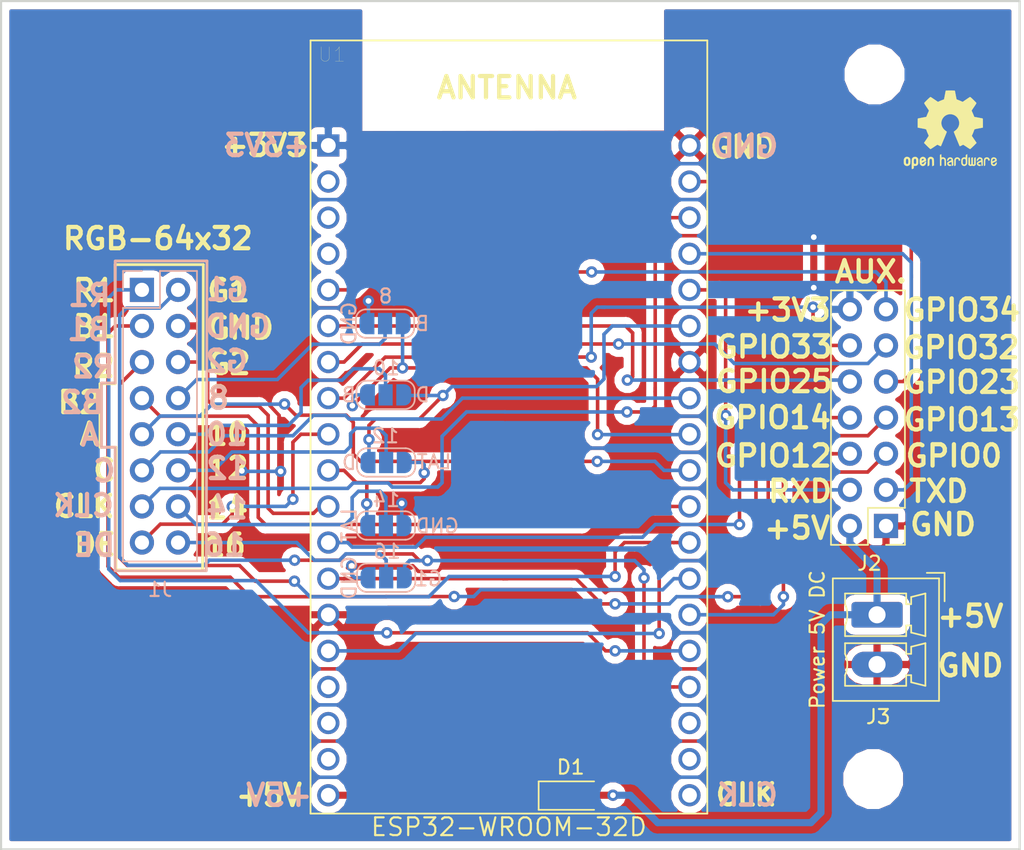
<source format=kicad_pcb>
(kicad_pcb (version 20171130) (host pcbnew 5.0.2-bee76a0~70~ubuntu18.04.1)
  (layers (0 F.Cu signal) (31 B.Cu signal) (34 B.Paste user) (35 F.Paste user) (36 B.SilkS user) (37 F.SilkS user) (38 B.Mask user) (39 F.Mask user) (44 Edge.Cuts user))
  (net 0 "")
  (net 1 GND)
  (net 2 +5V)
  (net 3 TXD)
  (net 4 RXD)
  (net 5 GPIO12)
  (net 6 GPIO13)
  (net 7 GPIO14)
  (net 8 GPIO23)
  (net 9 GPIO25)
  (net 10 GPIO32)
  (net 11 GPIO33)
  (net 12 GPIO34)
  (net 13 +3V3)
  (net 14 GPIO0)
  (net 15 "Net-(D1-Pad1)")
  (net 16 R1)
  (net 17 G1)
  (net 18 B1)
  (net 19 R2)
  (net 20 G2)
  (net 21 B2)
  (net 22 B)
  (net 23 A)
  (net 24 D)
  (net 25 C)
  (net 26 LAT)
  (net 27 CLK)
  (net 28 DE)
  (module Jumper:SolderJumper-3_P1.3mm_Open_RoundedPad1.0x1.5mm_NumberLabels (layer B.Cu) (at 140.57884 93.49486)
    (fp_text reference 10 (at 0.04318 -1.89484) (layer B.SilkS) (effects (justify mirror)))
    (fp_text value Jumper hide)
    (fp_text user B (at -2.6 0) (layer B.SilkS) (effects (justify mirror)))
    (fp_text user D (at 2.6 0) (layer B.SilkS) (effects (justify mirror)))
    (pad 2 smd rect (at 0 0) (size 1 1.5) (layers B.Cu B.Mask))
    (pad 3 smd custom (at 1.3 0) (size 1 0.5) (layers B.Cu B.Mask) (net 24 D) (options (clearance outline) (anchor rect)) (primitives (gr_circle (center 0 -0.25) (end 0.5 -0.25) (width 0)) (gr_circle (center 0 0.25) (end 0.5 0.25) (width 0)) (gr_poly (pts (xy -0.55 0.75) (xy 0 0.75) (xy 0 -0.75) (xy -0.55 -0.75)) (width 0))))
    (pad 1 smd custom (at -1.3 0) (size 1 0.5) (layers B.Cu B.Mask) (net 22 B) (options (clearance outline) (anchor rect)) (primitives (gr_circle (center 0 -0.25) (end 0.5 -0.25) (width 0)) (gr_circle (center 0 0.25) (end 0.5 0.25) (width 0)) (gr_poly (pts (xy 0.55 0.75) (xy 0 0.75) (xy 0 -0.75) (xy 0.55 -0.75)) (width 0))))
  )
  (module Jumper:SolderJumper-3_P1.3mm_Open_RoundedPad1.0x1.5mm_NumberLabels (layer B.Cu) (at 140.54122 88.4809)
    (fp_text reference 8 (at 0.03302 -1.93548) (layer B.SilkS) (effects (justify mirror)))
    (fp_text value Jumper hide)
    (fp_text user B (at 2.6 0) (layer B.SilkS) (effects (justify mirror)))
    (fp_text user GND (at -2.53794 -0.00254 90) (layer B.SilkS) (effects (justify mirror)))
    (pad 1 smd custom (at -1.3 0) (size 1 0.5) (layers B.Cu B.Mask) (net 1 GND) (options (clearance outline) (anchor rect)) (primitives (gr_circle (center 0 -0.25) (end 0.5 -0.25) (width 0)) (gr_circle (center 0 0.25) (end 0.5 0.25) (width 0)) (gr_poly (pts (xy 0.55 0.75) (xy 0 0.75) (xy 0 -0.75) (xy 0.55 -0.75)) (width 0))))
    (pad 3 smd custom (at 1.3 0) (size 1 0.5) (layers B.Cu B.Mask) (net 22 B) (options (clearance outline) (anchor rect)) (primitives (gr_circle (center 0 -0.25) (end 0.5 -0.25) (width 0)) (gr_circle (center 0 0.25) (end 0.5 0.25) (width 0)) (gr_poly (pts (xy -0.55 0.75) (xy 0 0.75) (xy 0 -0.75) (xy -0.55 -0.75)) (width 0))))
    (pad 2 smd rect (at 0 0) (size 1 1.5) (layers B.Cu B.Mask))
  )
  (module Jumper:SolderJumper-3_P1.3mm_Open_RoundedPad1.0x1.5mm_NumberLabels (layer B.Cu) (at 140.59964 102.68712)
    (fp_text reference 14 (at 0.03302 -1.82118) (layer B.SilkS) (effects (justify mirror)))
    (fp_text value Jumper hide)
    (fp_text user GND (at 3.61188 0.03302) (layer B.SilkS) (effects (justify mirror)))
    (fp_text user LAT (at -2.58572 0 90) (layer B.SilkS) (effects (justify mirror)))
    (pad 1 smd custom (at -1.3 0) (size 1 0.5) (layers B.Cu B.Mask) (net 26 LAT) (options (clearance outline) (anchor rect)) (primitives (gr_circle (center 0 -0.25) (end 0.5 -0.25) (width 0)) (gr_circle (center 0 0.25) (end 0.5 0.25) (width 0)) (gr_poly (pts (xy 0.55 0.75) (xy 0 0.75) (xy 0 -0.75) (xy 0.55 -0.75)) (width 0))))
    (pad 3 smd custom (at 1.3 0) (size 1 0.5) (layers B.Cu B.Mask) (net 1 GND) (options (clearance outline) (anchor rect)) (primitives (gr_circle (center 0 -0.25) (end 0.5 -0.25) (width 0)) (gr_circle (center 0 0.25) (end 0.5 0.25) (width 0)) (gr_poly (pts (xy -0.55 0.75) (xy 0 0.75) (xy 0 -0.75) (xy -0.55 -0.75)) (width 0))))
    (pad 2 smd rect (at 0 0) (size 1 1.5) (layers B.Cu B.Mask))
  )
  (module Jumper:SolderJumper-3_P1.3mm_Open_RoundedPad1.0x1.5mm_NumberLabels (layer B.Cu) (at 140.61948 106.3625)
    (fp_text reference 16 (at 0.06096 -1.85928) (layer B.SilkS) (effects (justify mirror)))
    (fp_text value Jumper hide)
    (fp_text user GND (at -2.6 0 90) (layer B.SilkS) (effects (justify mirror)))
    (fp_text user G1 (at 2.97434 0.08382) (layer B.SilkS) (effects (justify mirror)))
    (pad 2 smd rect (at 0 0) (size 1 1.5) (layers B.Cu B.Mask))
    (pad 3 smd custom (at 1.3 0) (size 1 0.5) (layers B.Cu B.Mask) (net 17 G1) (options (clearance outline) (anchor rect)) (primitives (gr_circle (center 0 -0.25) (end 0.5 -0.25) (width 0)) (gr_circle (center 0 0.25) (end 0.5 0.25) (width 0)) (gr_poly (pts (xy -0.55 0.75) (xy 0 0.75) (xy 0 -0.75) (xy -0.55 -0.75)) (width 0))))
    (pad 1 smd custom (at -1.3 0) (size 1 0.5) (layers B.Cu B.Mask) (net 1 GND) (options (clearance outline) (anchor rect)) (primitives (gr_circle (center 0 -0.25) (end 0.5 -0.25) (width 0)) (gr_circle (center 0 0.25) (end 0.5 0.25) (width 0)) (gr_poly (pts (xy 0.55 0.75) (xy 0 0.75) (xy 0 -0.75) (xy 0.55 -0.75)) (width 0))))
  )
  (module Jumper:SolderJumper-3_P1.3mm_Open_RoundedPad1.0x1.5mm_NumberLabels (layer B.Cu) (at 140.61488 98.25228)
    (fp_text reference 12 (at -0.05636 -1.87198) (layer B.SilkS) (effects (justify mirror)))
    (fp_text value Jumper hide)
    (fp_text user LAT (at 3.37264 -0.04572) (layer B.SilkS) (effects (justify mirror)))
    (fp_text user D (at -2.6 0) (layer B.SilkS) (effects (justify mirror)))
    (pad 1 smd custom (at -1.3 0) (size 1 0.5) (layers B.Cu B.Mask) (net 24 D) (options (clearance outline) (anchor rect)) (primitives (gr_circle (center 0 -0.25) (end 0.5 -0.25) (width 0)) (gr_circle (center 0 0.25) (end 0.5 0.25) (width 0)) (gr_poly (pts (xy 0.55 0.75) (xy 0 0.75) (xy 0 -0.75) (xy 0.55 -0.75)) (width 0))))
    (pad 3 smd custom (at 1.3 0) (size 1 0.5) (layers B.Cu B.Mask) (net 26 LAT) (options (clearance outline) (anchor rect)) (primitives (gr_circle (center 0 -0.25) (end 0.5 -0.25) (width 0)) (gr_circle (center 0 0.25) (end 0.5 0.25) (width 0)) (gr_poly (pts (xy -0.55 0.75) (xy 0 0.75) (xy 0 -0.75) (xy -0.55 -0.75)) (width 0))))
    (pad 2 smd rect (at 0 0) (size 1 1.5) (layers B.Cu B.Mask))
  )
  (module librerias:MODULE_ESP32-DEVKITC-32D (layer F.Cu) (at 149.2504 95.7072)
    (fp_text reference U1 (at -12.446 -26.162) (layer F.SilkS) (effects (font (size 1.000386 1.000386) (thickness 0.015))))
    (fp_text value ESP32-WROOM-32D (at 0 28.194) (layer F.SilkS) (effects (font (size 1.25 1.25))))
    (pad 1 thru_hole rect (at -12.7 -19.76) (size 1.56 1.56) (drill 1.04) (layers *.Cu *.Mask) (net 13 +3V3))
    (pad 2 thru_hole circle (at -12.7 -17.22) (size 1.56 1.56) (drill 1.04) (layers *.Cu *.Mask))
    (pad 19 thru_hole circle (at -12.7 25.96) (size 1.56 1.56) (drill 1.04) (layers *.Cu *.Mask) (net 15 "Net-(D1-Pad1)"))
    (pad 3 thru_hole circle (at -12.7 -14.68) (size 1.56 1.56) (drill 1.04) (layers *.Cu *.Mask))
    (pad 4 thru_hole circle (at -12.7 -12.14) (size 1.56 1.56) (drill 1.04) (layers *.Cu *.Mask))
    (pad 5 thru_hole circle (at -12.7 -9.6) (size 1.56 1.56) (drill 1.04) (layers *.Cu *.Mask) (net 12 GPIO34))
    (pad 6 thru_hole circle (at -12.7 -7.06) (size 1.56 1.56) (drill 1.04) (layers *.Cu *.Mask) (net 9 GPIO25))
    (pad 7 thru_hole circle (at -12.7 -4.52) (size 1.56 1.56) (drill 1.04) (layers *.Cu *.Mask) (net 10 GPIO32))
    (pad 8 thru_hole circle (at -12.7 -1.98) (size 1.56 1.56) (drill 1.04) (layers *.Cu *.Mask) (net 11 GPIO33))
    (pad 9 thru_hole circle (at -12.7 0.56) (size 1.56 1.56) (drill 1.04) (layers *.Cu *.Mask) (net 28 DE))
    (pad 10 thru_hole circle (at -12.7 3.1) (size 1.56 1.56) (drill 1.04) (layers *.Cu *.Mask) (net 26 LAT))
    (pad 11 thru_hole circle (at -12.7 5.64) (size 1.56 1.56) (drill 1.04) (layers *.Cu *.Mask) (net 20 G2))
    (pad 12 thru_hole circle (at -12.7 8.18) (size 1.56 1.56) (drill 1.04) (layers *.Cu *.Mask) (net 7 GPIO14))
    (pad 13 thru_hole circle (at -12.7 10.72) (size 1.56 1.56) (drill 1.04) (layers *.Cu *.Mask) (net 5 GPIO12))
    (pad 14 thru_hole circle (at -12.7 13.26) (size 1.56 1.56) (drill 1.04) (layers *.Cu *.Mask) (net 1 GND))
    (pad 15 thru_hole circle (at -12.7 15.8) (size 1.56 1.56) (drill 1.04) (layers *.Cu *.Mask) (net 6 GPIO13))
    (pad 16 thru_hole circle (at -12.7 18.34) (size 1.56 1.56) (drill 1.04) (layers *.Cu *.Mask))
    (pad 17 thru_hole circle (at -12.7 20.88) (size 1.56 1.56) (drill 1.04) (layers *.Cu *.Mask))
    (pad 18 thru_hole circle (at -12.7 23.42) (size 1.56 1.56) (drill 1.04) (layers *.Cu *.Mask))
    (pad 20 thru_hole circle (at 12.7 -19.76) (size 1.56 1.56) (drill 1.04) (layers *.Cu *.Mask) (net 1 GND))
    (pad 21 thru_hole circle (at 12.7 -17.22) (size 1.56 1.56) (drill 1.04) (layers *.Cu *.Mask) (net 8 GPIO23))
    (pad 22 thru_hole circle (at 12.7 -14.68) (size 1.56 1.56) (drill 1.04) (layers *.Cu *.Mask) (net 27 CLK))
    (pad 23 thru_hole circle (at 12.7 -12.14) (size 1.56 1.56) (drill 1.04) (layers *.Cu *.Mask) (net 3 TXD))
    (pad 24 thru_hole circle (at 12.7 -9.6) (size 1.56 1.56) (drill 1.04) (layers *.Cu *.Mask) (net 4 RXD))
    (pad 25 thru_hole circle (at 12.7 -7.06) (size 1.56 1.56) (drill 1.04) (layers *.Cu *.Mask) (net 24 D))
    (pad 26 thru_hole circle (at 12.7 -4.52) (size 1.56 1.56) (drill 1.04) (layers *.Cu *.Mask) (net 1 GND))
    (pad 27 thru_hole circle (at 12.7 -1.98) (size 1.56 1.56) (drill 1.04) (layers *.Cu *.Mask) (net 25 C))
    (pad 28 thru_hole circle (at 12.7 0.56) (size 1.56 1.56) (drill 1.04) (layers *.Cu *.Mask) (net 22 B))
    (pad 29 thru_hole circle (at 12.7 3.1) (size 1.56 1.56) (drill 1.04) (layers *.Cu *.Mask) (net 23 A))
    (pad 30 thru_hole circle (at 12.7 5.64) (size 1.56 1.56) (drill 1.04) (layers *.Cu *.Mask) (net 21 B2))
    (pad 31 thru_hole circle (at 12.7 8.18) (size 1.56 1.56) (drill 1.04) (layers *.Cu *.Mask) (net 19 R2))
    (pad 32 thru_hole circle (at 12.7 10.72) (size 1.56 1.56) (drill 1.04) (layers *.Cu *.Mask) (net 18 B1))
    (pad 33 thru_hole circle (at 12.7 13.26) (size 1.56 1.56) (drill 1.04) (layers *.Cu *.Mask) (net 14 GPIO0))
    (pad 34 thru_hole circle (at 12.7 15.8) (size 1.56 1.56) (drill 1.04) (layers *.Cu *.Mask) (net 16 R1))
    (pad 35 thru_hole circle (at 12.7 18.34) (size 1.56 1.56) (drill 1.04) (layers *.Cu *.Mask) (net 17 G1))
    (pad 36 thru_hole circle (at 12.7 20.88) (size 1.56 1.56) (drill 1.04) (layers *.Cu *.Mask))
    (pad 37 thru_hole circle (at 12.7 23.42) (size 1.56 1.56) (drill 1.04) (layers *.Cu *.Mask))
    (pad 38 thru_hole circle (at 12.7 25.96) (size 1.56 1.56) (drill 1.04) (layers *.Cu *.Mask))
  )
  (module Connector_PinSocket_2.54mm:PinSocket_2x08_P2.54mm_Vertical (layer B.Cu) (at 123.444 86.106 180)
    (fp_text reference J1 (at -1.27 -21.082 180) (layer B.SilkS) (effects (justify mirror)))
    (fp_text value 02x08 hide)
    (pad 1 thru_hole rect (at 0 0 180) (size 1.7 1.7) (drill 1) (layers *.Cu *.Mask) (net 16 R1))
    (pad 2 thru_hole oval (at -2.54 0 180) (size 1.7 1.7) (drill 1) (layers *.Cu *.Mask) (net 17 G1))
    (pad 3 thru_hole oval (at 0 -2.54 180) (size 1.7 1.7) (drill 1) (layers *.Cu *.Mask) (net 18 B1))
    (pad 4 thru_hole oval (at -2.54 -2.54 180) (size 1.7 1.7) (drill 1) (layers *.Cu *.Mask) (net 1 GND))
    (pad 5 thru_hole oval (at 0 -5.08 180) (size 1.7 1.7) (drill 1) (layers *.Cu *.Mask) (net 19 R2))
    (pad 6 thru_hole oval (at -2.54 -5.08 180) (size 1.7 1.7) (drill 1) (layers *.Cu *.Mask) (net 20 G2))
    (pad 7 thru_hole oval (at 0 -7.62 180) (size 1.7 1.7) (drill 1) (layers *.Cu *.Mask) (net 21 B2))
    (pad 8 thru_hole oval (at -2.54 -7.62 180) (size 1.7 1.7) (drill 1) (layers *.Cu *.Mask))
    (pad 9 thru_hole oval (at 0 -10.16 180) (size 1.7 1.7) (drill 1) (layers *.Cu *.Mask) (net 23 A))
    (pad 10 thru_hole oval (at -2.54 -10.16 180) (size 1.7 1.7) (drill 1) (layers *.Cu *.Mask))
    (pad 11 thru_hole oval (at 0 -12.7 180) (size 1.7 1.7) (drill 1) (layers *.Cu *.Mask) (net 25 C))
    (pad 12 thru_hole oval (at -2.54 -12.7 180) (size 1.7 1.7) (drill 1) (layers *.Cu *.Mask))
    (pad 13 thru_hole oval (at 0 -15.24 180) (size 1.7 1.7) (drill 1) (layers *.Cu *.Mask) (net 27 CLK))
    (pad 14 thru_hole oval (at -2.54 -15.24 180) (size 1.7 1.7) (drill 1) (layers *.Cu *.Mask))
    (pad 15 thru_hole oval (at 0 -17.78 180) (size 1.7 1.7) (drill 1) (layers *.Cu *.Mask) (net 28 DE))
    (pad 16 thru_hole oval (at -2.54 -17.78 180) (size 1.7 1.7) (drill 1) (layers *.Cu *.Mask))
  )
  (module Connector_PinHeader_2.54mm:PinHeader_2x07_P2.54mm_Vertical (layer F.Cu) (at 175.768 102.7176 180)
    (fp_text reference J2 (at 1.16586 -2.63144 180) (layer F.SilkS))
    (fp_text value 02x07 hide)
    (pad 14 thru_hole oval (at 2.54 15.24 180) (size 1.7 1.7) (drill 1) (layers *.Cu *.Mask) (net 13 +3V3))
    (pad 13 thru_hole oval (at 0 15.24 180) (size 1.7 1.7) (drill 1) (layers *.Cu *.Mask) (net 12 GPIO34))
    (pad 12 thru_hole oval (at 2.54 12.7 180) (size 1.7 1.7) (drill 1) (layers *.Cu *.Mask) (net 11 GPIO33))
    (pad 11 thru_hole oval (at 0 12.7 180) (size 1.7 1.7) (drill 1) (layers *.Cu *.Mask) (net 10 GPIO32))
    (pad 10 thru_hole oval (at 2.54 10.16 180) (size 1.7 1.7) (drill 1) (layers *.Cu *.Mask) (net 9 GPIO25))
    (pad 9 thru_hole oval (at 0 10.16 180) (size 1.7 1.7) (drill 1) (layers *.Cu *.Mask) (net 8 GPIO23))
    (pad 8 thru_hole oval (at 2.54 7.62 180) (size 1.7 1.7) (drill 1) (layers *.Cu *.Mask) (net 7 GPIO14))
    (pad 7 thru_hole oval (at 0 7.62 180) (size 1.7 1.7) (drill 1) (layers *.Cu *.Mask) (net 6 GPIO13))
    (pad 6 thru_hole oval (at 2.54 5.08 180) (size 1.7 1.7) (drill 1) (layers *.Cu *.Mask) (net 5 GPIO12))
    (pad 5 thru_hole oval (at 0 5.08 180) (size 1.7 1.7) (drill 1) (layers *.Cu *.Mask) (net 14 GPIO0))
    (pad 4 thru_hole oval (at 2.54 2.54 180) (size 1.7 1.7) (drill 1) (layers *.Cu *.Mask) (net 4 RXD))
    (pad 3 thru_hole oval (at 0 2.54 180) (size 1.7 1.7) (drill 1) (layers *.Cu *.Mask) (net 3 TXD))
    (pad 2 thru_hole oval (at 2.54 0 180) (size 1.7 1.7) (drill 1) (layers *.Cu *.Mask) (net 2 +5V))
    (pad 1 thru_hole rect (at 0 0 180) (size 1.7 1.7) (drill 1) (layers *.Cu *.Mask) (net 1 GND))
  )
  (module Connector_Phoenix_MC:PhoenixContact_MCV_1,5_2-G-3.5_1x02_P3.50mm_Vertical (layer F.Cu) (at 175.13808 108.96854 270)
    (fp_text reference J3 (at 7.1755 -0.08636) (layer F.SilkS))
    (fp_text value "Power 5V DC" (at 1.75 4.2 270) (layer F.SilkS))
    (pad 1 thru_hole roundrect (at 0 0 270) (size 1.8 3.6) (drill 1.2) (layers *.Cu *.Mask) (roundrect_rratio 0.138889) (net 2 +5V))
    (pad 2 thru_hole oval (at 3.5 0 270) (size 1.8 3.6) (drill 1.2) (layers *.Cu *.Mask) (net 1 GND))
  )
  (module Diode_SMD:D_SOD-123 (layer F.Cu) (at 153.59126 121.6914)
    (fp_text reference D1 (at 0 -2) (layer F.SilkS))
    (fp_text value 1N5819)
    (pad 1 smd rect (at -1.65 0) (size 0.9 1.2) (layers F.Cu F.Paste F.Mask) (net 15 "Net-(D1-Pad1)"))
    (pad 2 smd rect (at 1.65 0) (size 0.9 1.2) (layers F.Cu F.Paste F.Mask) (net 2 +5V))
  )
  (module MountingHole:MountingHole_3.2mm_M3 (layer F.Cu) (at 174.8663 120.52808)
    (fp_text reference REF** hide)
    (fp_text value 3.2mm hide)
    (pad 1 np_thru_hole circle (at 0 0) (size 3.2 3.2) (drill 3.2) (layers *.Cu *.Mask))
  )
  (module MountingHole:MountingHole_3.2mm_M3 (layer F.Cu) (at 174.96028 70.94982)
    (fp_text reference REF** hide)
    (fp_text value 3.2mm)
    (pad 1 np_thru_hole circle (at 0 0) (size 3.2 3.2) (drill 3.2) (layers *.Cu *.Mask))
  )
  (module Symbol:OSHW-Logo2_7.3x6mm_SilkScreen (layer F.Cu) (at 180.2892 74.83602)
    (fp_text reference REF** hide)
    (fp_text value OSHW hide)
  )
  (gr_text B2 (at 119.25046 94.02572) (layer B.SilkS) (effects (font (size 1.5 1.5) (thickness 0.3)) (justify mirror)))
  (gr_text A (at 119.80672 96.32188) (layer B.SilkS) (effects (font (size 1.5 1.5) (thickness 0.3)) (justify mirror)))
  (gr_text C (at 120.79986 98.84664) (layer B.SilkS) (effects (font (size 1.5 1.5) (thickness 0.3)) (justify mirror)))
  (gr_text CLK (at 119.33174 101.28504) (layer B.SilkS) (effects (font (size 1.5 1.5) (thickness 0.3)) (justify mirror)))
  (gr_text G1 (at 129.44602 86.08568) (layer B.SilkS) (effects (font (size 1.5 1.5) (thickness 0.3)) (justify mirror)))
  (gr_text GND (at 130.16992 88.66886) (layer B.SilkS) (effects (font (size 1.5 1.5) (thickness 0.3)) (justify mirror)))
  (gr_text G2 (at 129.40538 91.13012) (layer B.SilkS) (effects (font (size 1.5 1.5) (thickness 0.3)) (justify mirror)))
  (gr_text R2 (at 120.015 91.52382) (layer B.SilkS) (effects (font (size 1.5 1.5) (thickness 0.3)) (justify mirror)))
  (gr_text B1 (at 119.6848 88.89746) (layer B.SilkS) (effects (font (size 1.5 1.5) (thickness 0.3)) (justify mirror)))
  (gr_text R1 (at 119.74576 86.49716) (layer B.SilkS) (effects (font (size 1.5 1.5) (thickness 0.3)) (justify mirror)))
  (gr_text DE (at 120.09628 104.07904) (layer B.SilkS) (effects (font (size 1.5 1.5) (thickness 0.3)) (justify mirror)))
  (gr_text 16 (at 129.29108 104.07142) (layer F.SilkS) (effects (font (size 1.5 1.5) (thickness 0.3))))
  (gr_text 14 (at 129.45364 101.44252) (layer F.SilkS) (effects (font (size 1.5 1.5) (thickness 0.3))))
  (gr_text 12 (at 129.46888 98.66376) (layer F.SilkS) (effects (font (size 1.5 1.5) (thickness 0.3))))
  (gr_text 10 (at 129.45364 96.266) (layer F.SilkS) (effects (font (size 1.5 1.5) (thickness 0.3))))
  (gr_text 8 (at 128.8288 93.70314) (layer F.SilkS) (effects (font (size 1.5 1.5) (thickness 0.3))))
  (gr_text 8 (at 128.82372 93.72346) (layer B.SilkS) (effects (font (size 1.5 1.5) (thickness 0.3)) (justify mirror)))
  (gr_text 10 (at 129.40538 96.27108) (layer B.SilkS) (effects (font (size 1.5 1.5) (thickness 0.3)) (justify mirror)))
  (gr_text 12 (at 129.43078 98.67392) (layer B.SilkS) (effects (font (size 1.5 1.5) (thickness 0.3)) (justify mirror)))
  (gr_text 14 (at 129.43078 101.44252) (layer B.SilkS) (effects (font (size 1.5 1.5) (thickness 0.3)) (justify mirror)))
  (gr_text 16 (at 129.2352 104.0638) (layer B.SilkS) (effects (font (size 1.5 1.5) (thickness 0.3)) (justify mirror)))
  (gr_line (start 121.5644 92.6592) (end 121.5644 84.1248) (layer B.SilkS) (width 0.2))
  (gr_line (start 120.5992 92.6592) (end 121.5644 92.6592) (layer B.SilkS) (width 0.2))
  (gr_line (start 120.5992 97.1804) (end 120.5992 92.6592) (layer B.SilkS) (width 0.2))
  (gr_line (start 121.5644 97.1804) (end 120.5992 97.1804) (layer B.SilkS) (width 0.2))
  (gr_line (start 121.5644 97.6884) (end 121.5644 97.1804) (layer B.SilkS) (width 0.2))
  (gr_line (start 121.5644 105.8672) (end 121.5644 97.6884) (layer B.SilkS) (width 0.2))
  (gr_line (start 121.6152 105.8672) (end 121.5644 105.8672) (layer B.SilkS) (width 0.2))
  (gr_line (start 127.9652 105.8672) (end 121.6152 105.8672) (layer B.SilkS) (width 0.2))
  (gr_line (start 128.016 84.074) (end 127.9652 105.8672) (layer B.SilkS) (width 0.2))
  (gr_line (start 121.5644 84.074) (end 128.016 84.074) (layer B.SilkS) (width 0.2))
  (gr_line (start 120.4976 92.71) (end 121.5644 92.71) (layer F.SilkS) (width 0.2))
  (gr_line (start 120.4976 93.4212) (end 120.4976 92.71) (layer F.SilkS) (width 0.2))
  (gr_line (start 120.4976 97.1804) (end 120.4976 93.4212) (layer F.SilkS) (width 0.2))
  (gr_line (start 121.6152 97.1804) (end 120.4976 97.1804) (layer F.SilkS) (width 0.2))
  (gr_line (start 121.6152 105.8164) (end 121.6152 97.1804) (layer F.SilkS) (width 0.2))
  (gr_line (start 127.7112 105.8164) (end 121.6152 105.8164) (layer F.SilkS) (width 0.2))
  (gr_line (start 127.762 84.328) (end 127.7112 105.8164) (layer F.SilkS) (width 0.2))
  (gr_line (start 121.5644 84.328) (end 127.762 84.328) (layer F.SilkS) (width 0.2))
  (gr_text GPIO34 (at 181.102 87.5284) (layer F.SilkS) (effects (font (size 1.5 1.5) (thickness 0.3))))
  (gr_text GPIO32 (at 181.0512 90.17) (layer F.SilkS) (effects (font (size 1.5 1.5) (thickness 0.3))))
  (gr_text GPIO23 (at 181.102 92.6084) (layer F.SilkS) (effects (font (size 1.5 1.5) (thickness 0.3))))
  (gr_text GPIO13 (at 181.102 95.25) (layer F.SilkS) (effects (font (size 1.5 1.5) (thickness 0.3))))
  (gr_text GPIO0 (at 180.5432 97.79) (layer F.SilkS) (effects (font (size 1.5 1.5) (thickness 0.3))))
  (gr_text TXD (at 179.4764 100.2792) (layer F.SilkS) (effects (font (size 1.5 1.5) (thickness 0.3))))
  (gr_text GND (at 179.7812 102.616) (layer F.SilkS) (effects (font (size 1.5 1.5) (thickness 0.3))))
  (gr_text +5V (at 132.37718 121.66854) (layer F.SilkS) (effects (font (size 1.5 1.5) (thickness 0.3))))
  (gr_text CLK (at 165.93058 121.63298) (layer F.SilkS) (effects (font (size 1.5 1.5) (thickness 0.3))))
  (gr_text +3V3 (at 132.0673 75.94092) (layer F.SilkS) (effects (font (size 1.5 1.5) (thickness 0.3))))
  (gr_text GND (at 165.7096 76.07046) (layer F.SilkS) (effects (font (size 1.5 1.5) (thickness 0.3))))
  (gr_text ANTENNA (at 149.10308 71.882) (layer F.SilkS) (effects (font (size 1.5 1.5) (thickness 0.3))))
  (gr_text CLK (at 166.02964 121.64568) (layer B.SilkS) (effects (font (size 1.5 1.5) (thickness 0.3)) (justify mirror)))
  (gr_text +3V3 (at 132.24002 75.94092) (layer B.SilkS) (effects (font (size 1.5 1.5) (thickness 0.3)) (justify mirror)))
  (gr_text +5V (at 133.096 121.666) (layer B.SilkS) (effects (font (size 1.5 1.5) (thickness 0.3)) (justify mirror)))
  (gr_text GND (at 165.87978 75.9841) (layer B.SilkS) (effects (font (size 1.5 1.5) (thickness 0.3)) (justify mirror)))
  (gr_line (start 113.538 125.476) (end 113.538 65.786) (layer Edge.Cuts) (width 0.15))
  (gr_text AUX. (at 174.7012 84.836) (layer F.SilkS) (effects (font (size 1.5 1.5) (thickness 0.3))))
  (gr_text RGB-64x32 (at 124.5616 82.4992) (layer F.SilkS) (effects (font (size 1.5 1.5) (thickness 0.3))))
  (gr_line (start 121.5644 84.328) (end 121.5644 92.71) (layer F.SilkS) (width 0.2))
  (gr_text GND (at 181.70652 112.54994) (layer F.SilkS) (effects (font (size 1.5 1.5) (thickness 0.3))))
  (gr_text +5V (at 181.70652 109.07014) (layer F.SilkS) (effects (font (size 1.5 1.5) (thickness 0.3))))
  (gr_text +3V3 (at 168.8592 87.5284) (layer F.SilkS) (effects (font (size 1.5 1.5) (thickness 0.3))))
  (gr_text GPIO33 (at 167.894 90.1192) (layer F.SilkS) (effects (font (size 1.5 1.5) (thickness 0.3))))
  (gr_text GPIO25 (at 167.894 92.5576) (layer F.SilkS) (effects (font (size 1.5 1.5) (thickness 0.3))))
  (gr_text GPIO14 (at 167.7924 95.0976) (layer F.SilkS) (effects (font (size 1.5 1.5) (thickness 0.3))))
  (gr_text GPIO12 (at 167.8432 97.79) (layer F.SilkS) (effects (font (size 1.5 1.5) (thickness 0.3))))
  (gr_text RXD (at 169.7228 100.2792) (layer F.SilkS) (effects (font (size 1.5 1.5) (thickness 0.3))))
  (gr_text +5V (at 169.5196 102.87) (layer F.SilkS) (effects (font (size 1.5 1.5) (thickness 0.3))))
  (gr_line (start 185.166 125.476) (end 113.538 125.476) (layer Edge.Cuts) (width 0.15))
  (gr_line (start 185.166 65.786) (end 185.166 125.476) (layer Edge.Cuts) (width 0.15))
  (gr_line (start 113.538 65.786) (end 185.166 65.786) (layer Edge.Cuts) (width 0.15))
  (gr_text C (at 120.8024 98.806) (layer F.SilkS) (effects (font (size 1.5 1.5) (thickness 0.3))))
  (gr_text CLK (at 119.38 101.346) (layer F.SilkS) (effects (font (size 1.5 1.5) (thickness 0.3))))
  (gr_text DE (at 120.142 104.0384) (layer F.SilkS) (effects (font (size 1.5 1.5) (thickness 0.3))))
  (gr_text A (at 119.7356 96.266) (layer F.SilkS) (effects (font (size 1.5 1.5) (thickness 0.3))))
  (gr_text G2 (at 129.5908 91.2876) (layer F.SilkS) (effects (font (size 1.5 1.5) (thickness 0.3))))
  (gr_text B2 (at 119.0244 94.0308) (layer F.SilkS) (effects (font (size 1.5 1.5) (thickness 0.3))))
  (gr_text R2 (at 120.0404 91.4908) (layer F.SilkS) (effects (font (size 1.5 1.5) (thickness 0.3))))
  (gr_text GND (at 130.4036 88.7984) (layer F.SilkS) (effects (font (size 1.5 1.5) (thickness 0.3))))
  (gr_text G1 (at 129.54 86.1568) (layer F.SilkS) (effects (font (size 1.5 1.5) (thickness 0.3))))
  (gr_text B1 (at 120.0912 88.6968) (layer F.SilkS) (effects (font (size 1.5 1.5) (thickness 0.3))))
  (gr_text R1 (at 120.0912 86.1568) (layer F.SilkS) (effects (font (size 1.5 1.5) (thickness 0.3))))
  (segment (start 126.11862 103.75138) (end 125.984 103.886) (width 0.25) (layer B.Cu) (net 0))
  (segment (start 126.0336 98.8072) (end 125.984 98.8568) (width 0.25) (layer B.Cu) (net 0))
  (segment (start 127.25908 102.62108) (end 127.18288 102.54488) (width 0.25) (layer B.Cu) (net 0))
  (segment (start 137.75436 102.62108) (end 127.25908 102.62108) (width 0.25) (layer B.Cu) (net 0))
  (segment (start 138.2268 102.14864) (end 137.75436 102.62108) (width 0.25) (layer B.Cu) (net 0))
  (segment (start 127.18288 102.54488) (end 125.984 101.346) (width 0.25) (layer B.Cu) (net 0))
  (segment (start 138.2268 100.72116) (end 138.2268 102.14864) (width 0.25) (layer B.Cu) (net 0))
  (segment (start 140.18514 100.27666) (end 138.6713 100.27666) (width 0.25) (layer B.Cu) (net 0))
  (segment (start 138.6713 100.27666) (end 138.2268 100.72116) (width 0.25) (layer B.Cu) (net 0))
  (segment (start 138.11758 97.1042) (end 138.1125 97.1042) (width 0.25) (layer B.Cu) (net 0))
  (segment (start 140.57122 92.09786) (end 140.57122 92.48724) (width 0.25) (layer B.Cu) (net 0))
  (segment (start 140.57122 92.48724) (end 140.57884 92.49486) (width 0.25) (layer B.Cu) (net 0))
  (segment (start 138.3157 91.66098) (end 140.13434 91.66098) (width 0.25) (layer B.Cu) (net 0))
  (segment (start 135.15086 92.46362) (end 137.51306 92.46362) (width 0.25) (layer B.Cu) (net 0))
  (segment (start 137.51306 92.46362) (end 138.3157 91.66098) (width 0.25) (layer B.Cu) (net 0))
  (segment (start 125.984 96.266) (end 127.88646 96.266) (width 0.25) (layer B.Cu) (net 0))
  (segment (start 134.63524 92.97924) (end 135.15086 92.46362) (width 0.25) (layer B.Cu) (net 0))
  (segment (start 140.13434 91.66098) (end 140.57122 92.09786) (width 0.25) (layer B.Cu) (net 0))
  (segment (start 128.50876 95.6437) (end 133.731 95.6437) (width 0.25) (layer B.Cu) (net 0))
  (segment (start 140.57884 92.49486) (end 140.57884 93.49486) (width 0.25) (layer B.Cu) (net 0))
  (segment (start 133.731 95.6437) (end 134.63524 94.73946) (width 0.25) (layer B.Cu) (net 0))
  (segment (start 127.88646 96.266) (end 128.50876 95.6437) (width 0.25) (layer B.Cu) (net 0))
  (segment (start 134.63524 94.73946) (end 134.63524 92.97924) (width 0.25) (layer B.Cu) (net 0))
  (segment (start 137.72134 97.51314) (end 138.11758 97.1169) (width 0.25) (layer B.Cu) (net 0))
  (segment (start 129.78892 97.51314) (end 137.72134 97.51314) (width 0.25) (layer B.Cu) (net 0))
  (segment (start 128.49606 98.806) (end 129.78892 97.51314) (width 0.25) (layer B.Cu) (net 0))
  (segment (start 138.11758 97.1169) (end 138.11758 97.1042) (width 0.25) (layer B.Cu) (net 0))
  (segment (start 125.984 98.806) (end 128.49606 98.806) (width 0.25) (layer B.Cu) (net 0))
  (segment (start 138.11758 96.37014) (end 138.11758 97.1042) (width 0.25) (layer B.Cu) (net 0))
  (segment (start 138.11758 96.21774) (end 138.11758 96.37014) (width 0.25) (layer B.Cu) (net 0))
  (segment (start 140.10386 95.84182) (end 138.4935 95.84182) (width 0.25) (layer B.Cu) (net 0))
  (segment (start 138.4935 95.84182) (end 138.11758 96.21774) (width 0.25) (layer B.Cu) (net 0))
  (segment (start 132.96646 92.41536) (end 127.29464 92.41536) (width 0.25) (layer B.Cu) (net 0))
  (segment (start 135.45058 89.93124) (end 132.96646 92.41536) (width 0.25) (layer B.Cu) (net 0))
  (segment (start 140.14704 89.93124) (end 135.45058 89.93124) (width 0.25) (layer B.Cu) (net 0))
  (segment (start 140.54122 88.4809) (end 140.54122 89.53706) (width 0.25) (layer B.Cu) (net 0))
  (segment (start 127.29464 92.41536) (end 125.984 93.726) (width 0.25) (layer B.Cu) (net 0))
  (segment (start 140.54122 89.53706) (end 140.14704 89.93124) (width 0.25) (layer B.Cu) (net 0))
  (segment (start 140.47216 100.56368) (end 140.18514 100.27666) (width 0.25) (layer B.Cu) (net 0))
  (segment (start 140.35278 100.4443) (end 140.18514 100.27666) (width 0.25) (layer B.Cu) (net 0))
  (segment (start 140.59964 102.68712) (end 140.59964 100.69116) (width 0.25) (layer B.Cu) (net 0))
  (segment (start 140.59964 100.69116) (end 140.35278 100.4443) (width 0.25) (layer B.Cu) (net 0))
  (segment (start 140.61488 97.25228) (end 140.6144 97.2518) (width 0.25) (layer B.Cu) (net 0))
  (segment (start 140.61488 98.25228) (end 140.61488 97.25228) (width 0.25) (layer B.Cu) (net 0))
  (segment (start 140.6144 96.35236) (end 140.10386 95.84182) (width 0.25) (layer B.Cu) (net 0))
  (segment (start 140.6144 97.2518) (end 140.6144 96.35236) (width 0.25) (layer B.Cu) (net 0))
  (segment (start 140.61948 105.11282) (end 140.61948 106.3625) (width 0.25) (layer B.Cu) (net 0))
  (segment (start 125.984 103.886) (end 134.32536 103.886) (width 0.25) (layer B.Cu) (net 0))
  (segment (start 134.32536 103.886) (end 135.57504 105.13568) (width 0.25) (layer B.Cu) (net 0))
  (segment (start 140.18768 104.68102) (end 140.61948 105.11282) (width 0.25) (layer B.Cu) (net 0))
  (segment (start 135.57504 105.13568) (end 137.33018 105.13568) (width 0.25) (layer B.Cu) (net 0))
  (segment (start 137.33018 105.13568) (end 137.78484 104.68102) (width 0.25) (layer B.Cu) (net 0))
  (segment (start 137.78484 104.68102) (end 140.18768 104.68102) (width 0.25) (layer B.Cu) (net 0))
  (via (at 138.19632 105.51922) (size 0.8) (drill 0.4) (layers F.Cu B.Cu) (net 1))
  (segment (start 160.67532 110.81512) (end 160.77438 110.71606) (width 0.25) (layer F.Cu) (net 1))
  (segment (start 162.6108 112.776) (end 161.1376 112.776) (width 0.25) (layer F.Cu) (net 1))
  (segment (start 155.448 106.1212) (end 155.448 106.426) (width 0.25) (layer F.Cu) (net 1))
  (segment (start 155.448 106.426) (end 156.2608 107.2388) (width 0.25) (layer F.Cu) (net 1))
  (segment (start 156.2608 107.2388) (end 157.1752 107.2388) (width 0.25) (layer F.Cu) (net 1))
  (segment (start 157.734 106.5276) (end 157.734 105.5116) (width 0.25) (layer F.Cu) (net 1))
  (segment (start 162.6616 117.856) (end 161.2392 117.856) (width 0.25) (layer F.Cu) (net 1))
  (segment (start 135.8392 112.776) (end 137.2616 112.776) (width 0.25) (layer F.Cu) (net 1))
  (segment (start 162.6616 94.996) (end 161.29 94.996) (width 0.25) (layer F.Cu) (net 1))
  (segment (start 135.7884 92.456) (end 137.6172 92.456) (width 0.25) (layer F.Cu) (net 1))
  (segment (start 162.814 100.076) (end 161.1884 100.076) (width 0.25) (layer F.Cu) (net 1))
  (segment (start 162.6108 97.536) (end 161.0868 97.536) (width 0.25) (layer F.Cu) (net 1))
  (segment (start 161.1376 79.756) (end 162.8648 79.756) (width 0.25) (layer F.Cu) (net 1))
  (segment (start 162.56 102.616) (end 161.2392 102.616) (width 0.25) (layer F.Cu) (net 1))
  (segment (start 137.1473 117.856) (end 135.9408 117.856) (width 0.25) (layer F.Cu) (net 1))
  (segment (start 162.6108 82.296) (end 161.2392 82.296) (width 0.25) (layer F.Cu) (net 1))
  (segment (start 136.5504 108.9672) (end 135.0784 108.9672) (width 0.5) (layer F.Cu) (net 1))
  (segment (start 137.653486 108.9672) (end 137.654686 108.966) (width 0.25) (layer F.Cu) (net 1))
  (segment (start 136.5504 108.9672) (end 137.653486 108.9672) (width 0.5) (layer F.Cu) (net 1))
  (segment (start 137.654686 108.966) (end 138.0236 108.966) (width 0.5) (layer F.Cu) (net 1))
  (segment (start 161.29 110.236) (end 161.2392 110.236) (width 0.25) (layer F.Cu) (net 1))
  (segment (start 162.6616 110.236) (end 161.29 110.236) (width 0.25) (layer F.Cu) (net 1))
  (segment (start 161.29 110.236) (end 161.1376 110.236) (width 0.25) (layer F.Cu) (net 1))
  (via (at 141.71422 101.12756) (size 0.8) (drill 0.4) (layers F.Cu B.Cu) (net 1))
  (segment (start 141.71422 102.62918) (end 141.82804 102.743) (width 0.25) (layer B.Cu) (net 1))
  (segment (start 139.23264 88.1715) (end 139.19502 88.20912) (width 0.25) (layer B.Cu) (net 1))
  (via (at 139.37488 86.88324) (size 0.8) (drill 0.4) (layers F.Cu B.Cu) (net 1))
  (segment (start 141.71422 102.58346) (end 141.7747 102.64394) (width 0.25) (layer B.Cu) (net 1))
  (segment (start 139.31948 106.3625) (end 138.40714 106.3625) (width 0.25) (layer B.Cu) (net 1))
  (segment (start 138.19632 106.15168) (end 138.19632 105.51922) (width 0.25) (layer B.Cu) (net 1))
  (segment (start 138.40714 106.3625) (end 138.19632 106.15168) (width 0.25) (layer B.Cu) (net 1))
  (segment (start 138.19632 105.51922) (end 142.49146 105.51922) (width 0.25) (layer F.Cu) (net 1))
  (segment (start 142.49146 105.51922) (end 142.89024 105.918) (width 0.25) (layer F.Cu) (net 1))
  (segment (start 142.89024 105.918) (end 144.2339 105.918) (width 0.25) (layer F.Cu) (net 1))
  (segment (start 144.2339 105.918) (end 144.52854 105.62336) (width 0.25) (layer F.Cu) (net 1))
  (segment (start 139.37488 88.34724) (end 139.24122 88.4809) (width 0.25) (layer B.Cu) (net 1))
  (segment (start 139.37488 86.88324) (end 139.37488 88.34724) (width 0.25) (layer B.Cu) (net 1))
  (segment (start 141.71422 102.5017) (end 141.89964 102.68712) (width 0.25) (layer B.Cu) (net 1))
  (segment (start 141.71422 101.12756) (end 141.71422 102.5017) (width 0.25) (layer B.Cu) (net 1))
  (segment (start 137.2616 87.36584) (end 135.89 87.36584) (width 0.25) (layer F.Cu) (net 1))
  (segment (start 132.45084 94.2594) (end 132.45084 93.94952) (width 0.25) (layer F.Cu) (net 1))
  (segment (start 133.09092 95.0976) (end 133.08584 94.93504) (width 0.25) (layer F.Cu) (net 1))
  (segment (start 133.08584 94.93504) (end 132.45084 94.2594) (width 0.25) (layer F.Cu) (net 1))
  (via (at 133.1976 98.87712) (size 0.8) (drill 0.4) (layers F.Cu B.Cu) (net 1))
  (via (at 130.46964 98.84156) (size 0.8) (drill 0.4) (layers F.Cu B.Cu) (net 1))
  (segment (start 130.5052 98.87712) (end 130.46964 98.84156) (width 0.25) (layer B.Cu) (net 1))
  (segment (start 133.1976 98.87712) (end 130.5052 98.87712) (width 0.25) (layer B.Cu) (net 1))
  (segment (start 156.24556 97.24136) (end 154.87396 97.24136) (width 0.25) (layer F.Cu) (net 1))
  (segment (start 173.228 102.7176) (end 173.228 103.919681) (width 0.5) (layer B.Cu) (net 2))
  (segment (start 159.7152 123.5964) (end 157.7848 121.666) (width 0.5) (layer B.Cu) (net 2))
  (via (at 156.5656 121.666) (size 0.8) (drill 0.4) (layers F.Cu B.Cu) (net 2))
  (segment (start 157.7848 121.666) (end 156.5656 121.666) (width 0.5) (layer B.Cu) (net 2))
  (segment (start 171.196 122.8852) (end 170.4848 123.5964) (width 0.5) (layer B.Cu) (net 2))
  (segment (start 170.4848 123.5964) (end 159.7152 123.5964) (width 0.5) (layer B.Cu) (net 2))
  (segment (start 156.5656 121.666) (end 155.2428 121.666) (width 0.5) (layer F.Cu) (net 2))
  (segment (start 175.13808 108.96854) (end 175.13808 105.829761) (width 0.5) (layer B.Cu) (net 2))
  (segment (start 175.13808 105.829761) (end 174.916439 105.60812) (width 0.5) (layer B.Cu) (net 2))
  (segment (start 173.228 103.919681) (end 174.916439 105.60812) (width 0.5) (layer B.Cu) (net 2))
  (segment (start 173.23808 108.96854) (end 173.23554 108.966) (width 0.25) (layer B.Cu) (net 2))
  (segment (start 171.86656 108.966) (end 171.196 109.63656) (width 0.5) (layer B.Cu) (net 2))
  (segment (start 173.23554 108.966) (end 171.86656 108.966) (width 0.5) (layer B.Cu) (net 2))
  (segment (start 171.196 109.63656) (end 171.196 122.8852) (width 0.5) (layer B.Cu) (net 2))
  (segment (start 175.13808 108.96854) (end 173.23808 108.96854) (width 0.5) (layer B.Cu) (net 2))
  (segment (start 177.038 100.1776) (end 175.768 100.1776) (width 0.25) (layer B.Cu) (net 3))
  (segment (start 177.546 99.6696) (end 177.038 100.1776) (width 0.25) (layer B.Cu) (net 3))
  (segment (start 161.9504 83.5672) (end 176.9376 83.5672) (width 0.25) (layer B.Cu) (net 3))
  (segment (start 176.9376 83.5672) (end 177.546 84.1756) (width 0.25) (layer B.Cu) (net 3))
  (segment (start 177.546 85.0392) (end 177.546 85.2424) (width 0.25) (layer B.Cu) (net 3))
  (segment (start 177.546 84.1756) (end 177.546 85.2424) (width 0.25) (layer B.Cu) (net 3))
  (segment (start 177.546 85.2424) (end 177.546 99.6696) (width 0.25) (layer B.Cu) (net 3))
  (via (at 164.4904 94.9452) (size 0.8) (drill 0.4) (layers F.Cu B.Cu) (net 4))
  (segment (start 172.025919 100.1776) (end 173.228 100.1776) (width 0.25) (layer B.Cu) (net 4))
  (segment (start 164.9984 100.1776) (end 172.025919 100.1776) (width 0.25) (layer B.Cu) (net 4))
  (segment (start 164.4904 99.6696) (end 164.9984 100.1776) (width 0.25) (layer B.Cu) (net 4))
  (segment (start 164.4904 94.9452) (end 164.4904 99.6696) (width 0.25) (layer B.Cu) (net 4))
  (segment (start 164.4904 94.9452) (end 164.4904 86.5632) (width 0.25) (layer F.Cu) (net 4))
  (segment (start 164.0344 86.1072) (end 162.7632 86.1072) (width 0.25) (layer F.Cu) (net 4))
  (segment (start 164.4904 86.5632) (end 164.0344 86.1072) (width 0.25) (layer F.Cu) (net 4))
  (segment (start 162.7632 86.1072) (end 161.9504 86.1072) (width 0.25) (layer F.Cu) (net 4))
  (segment (start 173.228 97.6376) (end 172.025919 97.6376) (width 0.25) (layer F.Cu) (net 5))
  (segment (start 172.025919 97.6376) (end 168.402 97.6376) (width 0.25) (layer F.Cu) (net 5))
  (segment (start 168.402 97.6376) (end 167.4876 98.552) (width 0.25) (layer F.Cu) (net 5))
  (segment (start 167.4876 98.552) (end 167.4876 105.1052) (width 0.25) (layer F.Cu) (net 5))
  (segment (start 137.653486 106.4272) (end 137.654686 106.426) (width 0.25) (layer F.Cu) (net 5))
  (segment (start 136.5504 106.4272) (end 137.653486 106.4272) (width 0.25) (layer F.Cu) (net 5))
  (segment (start 167.4876 105.1052) (end 167.4876 105.918) (width 0.25) (layer F.Cu) (net 5))
  (segment (start 167.4876 105.918) (end 167.4876 107.1372) (width 0.25) (layer F.Cu) (net 5))
  (segment (start 149.1488 106.426) (end 148.844 106.426) (width 0.25) (layer F.Cu) (net 5))
  (segment (start 137.654686 106.426) (end 148.844 106.426) (width 0.25) (layer F.Cu) (net 5))
  (via (at 164.6428 107.696) (size 0.8) (drill 0.4) (layers F.Cu B.Cu) (net 5))
  (segment (start 166.9288 107.696) (end 167.132 107.4928) (width 0.25) (layer F.Cu) (net 5))
  (segment (start 164.6428 107.696) (end 166.9288 107.696) (width 0.25) (layer F.Cu) (net 5))
  (segment (start 167.4876 107.1372) (end 167.132 107.4928) (width 0.25) (layer F.Cu) (net 5))
  (segment (start 167.132 107.4928) (end 167.0304 107.5944) (width 0.25) (layer F.Cu) (net 5))
  (segment (start 153.67 106.426) (end 148.844 106.426) (width 0.25) (layer F.Cu) (net 5))
  (segment (start 153.967915 106.426) (end 153.67 106.426) (width 0.25) (layer F.Cu) (net 5))
  (segment (start 155.745915 108.204) (end 153.967915 106.426) (width 0.25) (layer F.Cu) (net 5))
  (segment (start 164.026315 107.696) (end 164.6428 107.696) (width 0.25) (layer B.Cu) (net 5))
  (via (at 156.718 108.204) (size 0.8) (drill 0.4) (layers F.Cu B.Cu) (net 5))
  (segment (start 160.528 108.204) (end 161.036 107.696) (width 0.25) (layer B.Cu) (net 5))
  (segment (start 156.718 108.204) (end 160.528 108.204) (width 0.25) (layer B.Cu) (net 5))
  (segment (start 156.718 108.204) (end 155.745915 108.204) (width 0.25) (layer F.Cu) (net 5))
  (segment (start 161.036 107.696) (end 164.026315 107.696) (width 0.25) (layer B.Cu) (net 5))
  (via (at 159.8168 110.2868) (size 0.8) (drill 0.4) (layers F.Cu B.Cu) (net 6))
  (segment (start 141.478 111.5072) (end 136.5504 111.5072) (width 0.25) (layer B.Cu) (net 6))
  (segment (start 142.6984 110.2868) (end 141.478 111.5072) (width 0.25) (layer B.Cu) (net 6))
  (segment (start 159.8168 110.2868) (end 142.6984 110.2868) (width 0.25) (layer B.Cu) (net 6))
  (segment (start 174.498 96.3676) (end 175.768 95.0976) (width 0.25) (layer F.Cu) (net 6))
  (segment (start 167.9448 96.3676) (end 174.498 96.3676) (width 0.25) (layer F.Cu) (net 6))
  (segment (start 166.624 104.14) (end 166.624 97.6884) (width 0.25) (layer F.Cu) (net 6))
  (segment (start 159.8168 110.2868) (end 159.8168 105.8672) (width 0.25) (layer F.Cu) (net 6))
  (segment (start 166.624 97.6884) (end 167.9448 96.3676) (width 0.25) (layer F.Cu) (net 6))
  (segment (start 159.8168 105.8672) (end 160.528 105.156) (width 0.25) (layer F.Cu) (net 6))
  (segment (start 160.528 105.156) (end 165.608 105.156) (width 0.25) (layer F.Cu) (net 6))
  (segment (start 165.608 105.156) (end 166.624 104.14) (width 0.25) (layer F.Cu) (net 6))
  (segment (start 165.4556 97.4344) (end 167.7924 95.0976) (width 0.25) (layer F.Cu) (net 7))
  (segment (start 173.228 95.0976) (end 167.7924 95.0976) (width 0.25) (layer F.Cu) (net 7))
  (segment (start 137.91558 103.8872) (end 136.5504 103.8872) (width 0.25) (layer B.Cu) (net 7))
  (segment (start 138.23442 104.20604) (end 137.91558 103.8872) (width 0.25) (layer B.Cu) (net 7))
  (segment (start 143.39062 103.5177) (end 142.70228 104.20604) (width 0.25) (layer B.Cu) (net 7))
  (segment (start 142.70228 104.20604) (end 138.23442 104.20604) (width 0.25) (layer B.Cu) (net 7))
  (segment (start 157.91688 103.5177) (end 158.64078 103.5177) (width 0.25) (layer B.Cu) (net 7))
  (segment (start 158.5468 103.5177) (end 157.91688 103.5177) (width 0.25) (layer B.Cu) (net 7))
  (segment (start 157.91688 103.5177) (end 143.39062 103.5177) (width 0.25) (layer B.Cu) (net 7))
  (segment (start 158.64078 103.5177) (end 159.54248 102.616) (width 0.25) (layer B.Cu) (net 7))
  (segment (start 159.54248 102.616) (end 165.46576 102.616) (width 0.25) (layer B.Cu) (net 7))
  (via (at 165.46576 102.616) (size 0.8) (drill 0.4) (layers F.Cu B.Cu) (net 7))
  (segment (start 165.46576 97.44456) (end 165.46576 102.616) (width 0.25) (layer F.Cu) (net 7))
  (segment (start 165.4556 97.4344) (end 165.46576 97.44456) (width 0.25) (layer F.Cu) (net 7))
  (segment (start 176.7852 78.4872) (end 161.9504 78.4872) (width 0.25) (layer F.Cu) (net 8))
  (segment (start 177.546 91.981681) (end 177.546 79.248) (width 0.25) (layer F.Cu) (net 8))
  (segment (start 176.970081 92.5576) (end 177.546 91.981681) (width 0.25) (layer F.Cu) (net 8))
  (segment (start 175.768 92.5576) (end 176.970081 92.5576) (width 0.25) (layer F.Cu) (net 8))
  (segment (start 177.546 79.248) (end 176.7852 78.4872) (width 0.25) (layer F.Cu) (net 8))
  (segment (start 173.228 92.5576) (end 173.1264 92.456) (width 0.25) (layer B.Cu) (net 9))
  (segment (start 136.5504 88.6472) (end 157.45968 88.6472) (width 0.25) (layer F.Cu) (net 9))
  (segment (start 173.1264 92.456) (end 160.01492 92.456) (width 0.25) (layer B.Cu) (net 9))
  (segment (start 157.94228 89.1298) (end 157.61596 88.80348) (width 0.25) (layer F.Cu) (net 9))
  (segment (start 157.61596 88.80348) (end 157.45968 88.6472) (width 0.25) (layer F.Cu) (net 9))
  (segment (start 157.61596 88.80348) (end 157.951119 89.138639) (width 0.25) (layer F.Cu) (net 9))
  (segment (start 160.01492 92.456) (end 157.5816 92.456) (width 0.25) (layer B.Cu) (net 9))
  (via (at 157.5816 92.456) (size 0.8) (drill 0.4) (layers F.Cu B.Cu) (net 9))
  (segment (start 157.5816 92.456) (end 157.71368 92.456) (width 0.25) (layer F.Cu) (net 9))
  (segment (start 157.951119 92.218561) (end 157.951119 91.88704) (width 0.25) (layer F.Cu) (net 9))
  (segment (start 157.71368 92.456) (end 157.951119 92.218561) (width 0.25) (layer F.Cu) (net 9))
  (segment (start 157.951119 89.138639) (end 157.951119 91.88704) (width 0.25) (layer F.Cu) (net 9))
  (segment (start 157.951119 91.88704) (end 157.951119 92.071241) (width 0.25) (layer F.Cu) (net 9))
  (segment (start 137.653486 91.1872) (end 136.5504 91.1872) (width 0.25) (layer F.Cu) (net 10))
  (segment (start 138.924686 89.916) (end 137.922 90.918686) (width 0.25) (layer F.Cu) (net 10))
  (segment (start 138.619886 90.2208) (end 137.922 90.918686) (width 0.25) (layer F.Cu) (net 10))
  (segment (start 137.922 90.918686) (end 137.653486 91.1872) (width 0.25) (layer F.Cu) (net 10))
  (segment (start 138.924686 89.916) (end 157.08122 89.916) (width 0.25) (layer F.Cu) (net 10))
  (segment (start 174.498 91.2876) (end 175.768 90.0176) (width 0.25) (layer B.Cu) (net 10))
  (segment (start 165.1 91.2876) (end 174.498 91.2876) (width 0.25) (layer B.Cu) (net 10))
  (via (at 156.96438 89.916) (size 0.8) (drill 0.4) (layers F.Cu B.Cu) (net 10))
  (segment (start 157.08122 89.916) (end 156.96438 89.916) (width 0.25) (layer F.Cu) (net 10))
  (segment (start 163.7284 89.916) (end 165.1 91.2876) (width 0.25) (layer B.Cu) (net 10))
  (segment (start 156.96438 89.916) (end 163.7284 89.916) (width 0.25) (layer B.Cu) (net 10))
  (via (at 170.6372 87.3252) (size 0.8) (drill 0.4) (layers F.Cu B.Cu) (net 11))
  (segment (start 170.6372 89.5096) (end 170.6372 87.3252) (width 0.25) (layer F.Cu) (net 11))
  (segment (start 173.228 90.0176) (end 171.1452 90.0176) (width 0.25) (layer F.Cu) (net 11))
  (segment (start 171.1452 90.0176) (end 170.6372 89.5096) (width 0.25) (layer F.Cu) (net 11))
  (via (at 155.03906 90.83548) (size 0.8) (drill 0.4) (layers F.Cu B.Cu) (net 11))
  (segment (start 155.03906 87.75192) (end 155.46578 87.3252) (width 0.25) (layer B.Cu) (net 11))
  (segment (start 155.03906 90.83548) (end 155.03906 87.75192) (width 0.25) (layer B.Cu) (net 11))
  (segment (start 155.7909 87.3252) (end 155.99664 87.3252) (width 0.25) (layer B.Cu) (net 11))
  (segment (start 155.46578 87.3252) (end 155.99664 87.3252) (width 0.25) (layer B.Cu) (net 11))
  (segment (start 155.99664 87.3252) (end 170.6372 87.3252) (width 0.25) (layer B.Cu) (net 11))
  (segment (start 140.5509 90.8431) (end 155.03906 90.83548) (width 0.25) (layer F.Cu) (net 11))
  (segment (start 140.14704 91.24696) (end 140.5509 90.8431) (width 0.25) (layer F.Cu) (net 11))
  (segment (start 140.133726 91.24696) (end 140.14704 91.24696) (width 0.25) (layer F.Cu) (net 11))
  (segment (start 136.5504 93.7272) (end 137.653486 93.7272) (width 0.25) (layer F.Cu) (net 11))
  (segment (start 137.653486 93.7272) (end 140.133726 91.24696) (width 0.25) (layer F.Cu) (net 11))
  (segment (start 175.0568 84.836) (end 155.067 84.84616) (width 0.25) (layer B.Cu) (net 12))
  (segment (start 175.768 87.4776) (end 175.768 85.5472) (width 0.25) (layer B.Cu) (net 12))
  (segment (start 175.768 85.5472) (end 175.0568 84.836) (width 0.25) (layer B.Cu) (net 12))
  (segment (start 155.067 84.84616) (end 155.067 84.84616) (width 0.25) (layer B.Cu) (net 12))
  (via (at 155.067 84.84616) (size 0.8) (drill 0.4) (layers F.Cu B.Cu) (net 12))
  (segment (start 155.067 84.84616) (end 139.64412 84.84616) (width 0.25) (layer F.Cu) (net 12))
  (segment (start 138.38308 86.1072) (end 136.5504 86.1072) (width 0.25) (layer F.Cu) (net 12))
  (segment (start 139.64412 84.84616) (end 138.38308 86.1072) (width 0.25) (layer F.Cu) (net 12))
  (segment (start 139.49172 85.54212) (end 140.78966 85.54212) (width 0.25) (layer B.Cu) (net 13))
  (segment (start 162.5981 77.2287) (end 161.28238 77.2287) (width 0.25) (layer B.Cu) (net 13))
  (segment (start 137.2489 115.30838) (end 135.88746 115.30838) (width 0.25) (layer B.Cu) (net 13))
  (segment (start 162.5219 105.16108) (end 161.28746 105.16108) (width 0.25) (layer B.Cu) (net 13))
  (segment (start 161.1884 115.316) (end 163.068 115.316) (width 0.25) (layer B.Cu) (net 13))
  (segment (start 161.29 120.396) (end 162.814 120.396) (width 0.25) (layer B.Cu) (net 13))
  (segment (start 162.5092 110.236) (end 161.29 110.236) (width 0.25) (layer B.Cu) (net 13))
  (segment (start 161.29 110.236) (end 160.274 109.22) (width 0.25) (layer B.Cu) (net 13))
  (segment (start 160.274 109.22) (end 158.0896 109.22) (width 0.25) (layer B.Cu) (net 13))
  (segment (start 163.1696 100.076) (end 160.9852 100.076) (width 0.25) (layer B.Cu) (net 13))
  (segment (start 160.7312 79.756) (end 163.068 79.756) (width 0.25) (layer B.Cu) (net 13))
  (via (at 170.688 85.9536) (size 0.8) (drill 0.4) (layers F.Cu B.Cu) (net 13))
  (via (at 170.688 82.3976) (size 0.8) (drill 0.4) (layers F.Cu B.Cu) (net 13))
  (segment (start 170.688 82.3976) (end 170.688 85.9536) (width 0.5) (layer F.Cu) (net 13))
  (segment (start 162.9664 94.996) (end 160.9344 94.996) (width 0.25) (layer B.Cu) (net 13))
  (segment (start 137.30478 87.376) (end 137.65784 87.376) (width 0.25) (layer B.Cu) (net 13))
  (segment (start 135.7884 87.376) (end 137.30478 87.376) (width 0.25) (layer B.Cu) (net 13))
  (segment (start 137.30478 87.376) (end 137.4648 87.376) (width 0.25) (layer B.Cu) (net 13))
  (segment (start 140.78966 85.54212) (end 140.79474 85.54212) (width 0.25) (layer B.Cu) (net 13))
  (segment (start 140.79474 85.54212) (end 141.30782 86.0552) (width 0.25) (layer B.Cu) (net 13))
  (segment (start 141.30782 86.0552) (end 141.50086 86.0552) (width 0.25) (layer B.Cu) (net 13))
  (segment (start 137.29716 120.40108) (end 135.78078 120.40108) (width 0.25) (layer B.Cu) (net 13))
  (segment (start 135.36168 79.756) (end 137.69848 79.756) (width 0.25) (layer B.Cu) (net 13))
  (segment (start 162.92576 97.54108) (end 160.89376 97.54108) (width 0.25) (layer B.Cu) (net 13))
  (segment (start 156.55544 97.24136) (end 154.52344 97.24136) (width 0.25) (layer B.Cu) (net 13))
  (via (at 168.5544 107.696) (size 0.8) (drill 0.4) (layers F.Cu B.Cu) (net 14))
  (segment (start 168.5544 99.6696) (end 169.3164 98.9076) (width 0.25) (layer F.Cu) (net 14))
  (segment (start 168.5544 107.696) (end 168.5544 99.6696) (width 0.25) (layer F.Cu) (net 14))
  (segment (start 167.848885 108.9672) (end 167.7416 108.9672) (width 0.25) (layer B.Cu) (net 14))
  (segment (start 168.5544 108.261685) (end 167.848885 108.9672) (width 0.25) (layer B.Cu) (net 14))
  (segment (start 168.5544 107.696) (end 168.5544 108.261685) (width 0.25) (layer B.Cu) (net 14))
  (segment (start 167.7416 108.9672) (end 161.9504 108.9672) (width 0.25) (layer B.Cu) (net 14))
  (segment (start 174.48022 98.92538) (end 169.29862 98.92538) (width 0.25) (layer F.Cu) (net 14))
  (segment (start 169.29862 98.92538) (end 169.15638 99.06762) (width 0.25) (layer F.Cu) (net 14))
  (segment (start 175.768 97.6376) (end 174.48022 98.92538) (width 0.25) (layer F.Cu) (net 14))
  (segment (start 169.3164 98.9076) (end 169.15638 99.06762) (width 0.25) (layer F.Cu) (net 14))
  (segment (start 169.15638 99.06762) (end 168.8084 99.4156) (width 0.25) (layer F.Cu) (net 14))
  (segment (start 136.5516 121.666) (end 136.5504 121.6672) (width 0.25) (layer F.Cu) (net 15))
  (segment (start 151.9428 121.666) (end 136.5516 121.666) (width 0.5) (layer F.Cu) (net 15))
  (segment (start 161.9504 111.5072) (end 160.847314 111.5072) (width 0.25) (layer B.Cu) (net 16))
  (via (at 140.6652 110.236) (size 0.8) (drill 0.4) (layers F.Cu B.Cu) (net 16))
  (segment (start 154.780715 110.236) (end 154.432 110.236) (width 0.25) (layer F.Cu) (net 16))
  (segment (start 156.050715 111.506) (end 154.780715 110.236) (width 0.25) (layer F.Cu) (net 16))
  (segment (start 140.6652 110.236) (end 154.432 110.236) (width 0.25) (layer F.Cu) (net 16))
  (segment (start 156.050715 111.506) (end 156.718 111.506) (width 0.25) (layer F.Cu) (net 16))
  (via (at 156.718 111.506) (size 0.8) (drill 0.4) (layers F.Cu B.Cu) (net 16))
  (segment (start 160.846114 111.506) (end 156.718 111.506) (width 0.25) (layer B.Cu) (net 16))
  (segment (start 160.847314 111.5072) (end 160.846114 111.506) (width 0.25) (layer B.Cu) (net 16))
  (segment (start 123.444 86.106) (end 121.666 86.106) (width 0.25) (layer B.Cu) (net 16))
  (segment (start 121.666 86.106) (end 121.1072 86.6648) (width 0.25) (layer B.Cu) (net 16))
  (segment (start 135.13816 110.236) (end 140.6652 110.236) (width 0.25) (layer B.Cu) (net 16))
  (segment (start 131.46532 106.56316) (end 135.13816 110.236) (width 0.25) (layer B.Cu) (net 16))
  (segment (start 121.1072 86.6648) (end 121.1072 105.75544) (width 0.25) (layer B.Cu) (net 16))
  (segment (start 121.91492 106.56316) (end 131.46532 106.56316) (width 0.25) (layer B.Cu) (net 16))
  (segment (start 121.1072 105.75544) (end 121.91492 106.56316) (width 0.25) (layer B.Cu) (net 16))
  (segment (start 160.847314 114.0472) (end 160.846114 114.046) (width 0.25) (layer F.Cu) (net 17))
  (segment (start 161.9504 114.0472) (end 160.847314 114.0472) (width 0.25) (layer F.Cu) (net 17))
  (segment (start 160.846114 114.046) (end 159.766 114.046) (width 0.25) (layer F.Cu) (net 17))
  (segment (start 159.766 114.046) (end 158.75 113.03) (width 0.25) (layer F.Cu) (net 17))
  (via (at 158.75 106.3752) (size 0.8) (drill 0.4) (layers F.Cu B.Cu) (net 17))
  (segment (start 158.75 113.03) (end 158.75 106.3752) (width 0.25) (layer F.Cu) (net 17))
  (segment (start 158.75 106.3752) (end 158.75 105.809515) (width 0.25) (layer B.Cu) (net 17))
  (segment (start 158.75 105.809515) (end 158.452085 105.5116) (width 0.25) (layer B.Cu) (net 17))
  (segment (start 158.452085 105.5116) (end 158.2928 105.352315) (width 0.25) (layer B.Cu) (net 17))
  (segment (start 158.452085 105.5116) (end 158.096485 105.156) (width 0.25) (layer B.Cu) (net 17))
  (segment (start 158.096485 105.156) (end 143.5227 105.156) (width 0.25) (layer B.Cu) (net 17))
  (segment (start 142.27048 105.176608) (end 142.27048 105.156) (width 0.25) (layer B.Cu) (net 17))
  (segment (start 143.5227 105.156) (end 142.27048 105.156) (width 0.25) (layer B.Cu) (net 17))
  (via (at 143.5227 105.156) (size 0.8) (drill 0.4) (layers F.Cu B.Cu) (net 17))
  (segment (start 141.91948 105.507) (end 141.91948 106.3625) (width 0.25) (layer B.Cu) (net 17))
  (segment (start 142.27048 105.156) (end 141.91948 105.507) (width 0.25) (layer B.Cu) (net 17))
  (segment (start 142.957015 105.156) (end 143.5227 105.156) (width 0.25) (layer F.Cu) (net 17))
  (segment (start 142.489655 104.68864) (end 142.957015 105.156) (width 0.25) (layer F.Cu) (net 17))
  (segment (start 137.34542 105.12806) (end 137.78484 104.68864) (width 0.25) (layer F.Cu) (net 17))
  (segment (start 135.16102 105.12806) (end 137.34542 105.12806) (width 0.25) (layer F.Cu) (net 17))
  (segment (start 137.78484 104.68864) (end 142.489655 104.68864) (width 0.25) (layer F.Cu) (net 17))
  (segment (start 122.45594 105.4862) (end 121.87936 104.90962) (width 0.25) (layer B.Cu) (net 17))
  (segment (start 121.87936 104.90962) (end 121.87936 87.86876) (width 0.25) (layer B.Cu) (net 17))
  (segment (start 121.87936 87.86876) (end 122.36196 87.38616) (width 0.25) (layer B.Cu) (net 17))
  (segment (start 124.70384 87.38616) (end 125.984 86.106) (width 0.25) (layer B.Cu) (net 17))
  (segment (start 122.36196 87.38616) (end 124.70384 87.38616) (width 0.25) (layer B.Cu) (net 17))
  (segment (start 135.16102 105.12806) (end 134.18058 105.12806) (width 0.25) (layer F.Cu) (net 17))
  (via (at 134.18058 105.12806) (size 0.8) (drill 0.4) (layers F.Cu B.Cu) (net 17))
  (segment (start 134.18058 105.12806) (end 128.17602 105.12806) (width 0.25) (layer B.Cu) (net 17))
  (segment (start 127.81788 105.4862) (end 122.45594 105.4862) (width 0.25) (layer B.Cu) (net 17))
  (segment (start 128.17602 105.12806) (end 127.81788 105.4862) (width 0.25) (layer B.Cu) (net 17))
  (segment (start 160.0708 107.203714) (end 160.847314 106.4272) (width 0.25) (layer B.Cu) (net 18))
  (segment (start 160.847314 106.4272) (end 161.9504 106.4272) (width 0.25) (layer B.Cu) (net 18))
  (via (at 145.4023 107.68584) (size 0.8) (drill 0.4) (layers F.Cu B.Cu) (net 18))
  (segment (start 146.776914 107.68584) (end 147.25904 107.203714) (width 0.25) (layer B.Cu) (net 18))
  (segment (start 145.4023 107.68584) (end 146.776914 107.68584) (width 0.25) (layer B.Cu) (net 18))
  (segment (start 147.25904 107.203714) (end 160.0708 107.203714) (width 0.25) (layer B.Cu) (net 18))
  (segment (start 121.5644 88.646) (end 123.444 88.646) (width 0.25) (layer F.Cu) (net 18))
  (segment (start 121.0564 89.154) (end 121.5644 88.646) (width 0.25) (layer F.Cu) (net 18))
  (segment (start 121.0564 105.5624) (end 121.0564 89.154) (width 0.25) (layer F.Cu) (net 18))
  (segment (start 145.4023 107.68584) (end 140.62456 107.68584) (width 0.25) (layer F.Cu) (net 18))
  (segment (start 140.6144 107.696) (end 131.0259 107.696) (width 0.25) (layer F.Cu) (net 18))
  (segment (start 121.8184 106.3244) (end 121.0564 105.5624) (width 0.25) (layer F.Cu) (net 18))
  (segment (start 140.62456 107.68584) (end 140.6144 107.696) (width 0.25) (layer F.Cu) (net 18))
  (segment (start 131.0259 107.696) (end 129.6543 106.3244) (width 0.25) (layer F.Cu) (net 18))
  (segment (start 129.6543 106.3244) (end 121.8184 106.3244) (width 0.25) (layer F.Cu) (net 18))
  (via (at 156.718 106.2736) (size 0.8) (drill 0.4) (layers F.Cu B.Cu) (net 19))
  (segment (start 160.847314 103.8872) (end 161.9504 103.8872) (width 0.25) (layer F.Cu) (net 19))
  (segment (start 160.846114 103.886) (end 160.847314 103.8872) (width 0.25) (layer F.Cu) (net 19))
  (segment (start 157.3784 103.886) (end 160.846114 103.886) (width 0.25) (layer F.Cu) (net 19))
  (segment (start 156.718 104.5464) (end 157.3784 103.886) (width 0.25) (layer F.Cu) (net 19))
  (segment (start 156.718 106.2736) (end 156.718 104.5464) (width 0.25) (layer F.Cu) (net 19))
  (via (at 134.16788 106.6038) (size 0.8) (drill 0.4) (layers F.Cu B.Cu) (net 19))
  (segment (start 121.8819 92.7481) (end 123.444 91.186) (width 0.25) (layer F.Cu) (net 19))
  (segment (start 121.8819 104.96296) (end 121.8819 92.7481) (width 0.25) (layer F.Cu) (net 19))
  (segment (start 122.42038 105.50144) (end 121.8819 104.96296) (width 0.25) (layer F.Cu) (net 19))
  (segment (start 130.30708 105.50144) (end 122.42038 105.50144) (width 0.25) (layer F.Cu) (net 19))
  (segment (start 145.04416 106.2736) (end 156.718 106.2736) (width 0.25) (layer B.Cu) (net 19))
  (segment (start 143.62176 107.696) (end 145.04416 106.2736) (width 0.25) (layer B.Cu) (net 19))
  (segment (start 134.16788 106.6038) (end 135.26008 107.696) (width 0.25) (layer B.Cu) (net 19))
  (segment (start 135.26008 107.696) (end 143.62176 107.696) (width 0.25) (layer B.Cu) (net 19))
  (segment (start 131.40944 106.6038) (end 131.37896 106.57332) (width 0.25) (layer F.Cu) (net 19))
  (segment (start 134.16788 106.6038) (end 131.40944 106.6038) (width 0.25) (layer F.Cu) (net 19))
  (segment (start 131.37896 106.57332) (end 130.30708 105.50144) (width 0.25) (layer F.Cu) (net 19))
  (segment (start 127.7112 91.186) (end 125.984 91.186) (width 0.25) (layer F.Cu) (net 20))
  (segment (start 128.0668 93.8784) (end 128.0668 91.5416) (width 0.25) (layer F.Cu) (net 20))
  (segment (start 128.0668 91.5416) (end 127.7112 91.186) (width 0.25) (layer F.Cu) (net 20))
  (segment (start 128.4732 94.2848) (end 128.0668 93.8784) (width 0.25) (layer F.Cu) (net 20))
  (segment (start 131.6736 94.2848) (end 128.4732 94.2848) (width 0.25) (layer F.Cu) (net 20))
  (segment (start 136.5504 101.3472) (end 135.9904 101.3472) (width 0.25) (layer F.Cu) (net 20))
  (segment (start 135.9904 101.3472) (end 135.509 101.8286) (width 0.25) (layer F.Cu) (net 20))
  (segment (start 135.509 101.8286) (end 132.67436 101.8286) (width 0.25) (layer F.Cu) (net 20))
  (segment (start 132.67436 101.8286) (end 132.31876 101.473) (width 0.25) (layer F.Cu) (net 20))
  (segment (start 132.31876 101.473) (end 132.31876 94.92996) (width 0.25) (layer F.Cu) (net 20))
  (segment (start 132.31876 94.92996) (end 131.6736 94.2848) (width 0.25) (layer F.Cu) (net 20))
  (segment (start 161.9504 101.3472) (end 160.847314 101.3472) (width 0.25) (layer F.Cu) (net 21))
  (segment (start 160.847314 101.3472) (end 160.846114 101.346) (width 0.25) (layer F.Cu) (net 21))
  (segment (start 160.846114 101.346) (end 155.6512 101.346) (width 0.25) (layer F.Cu) (net 21))
  (segment (start 155.6512 101.346) (end 155.2448 101.7524) (width 0.25) (layer F.Cu) (net 21))
  (segment (start 154.3812 102.616) (end 155.6512 101.346) (width 0.25) (layer F.Cu) (net 21))
  (segment (start 130.92176 94.996) (end 131.6228 95.69704) (width 0.25) (layer F.Cu) (net 21))
  (segment (start 124.714 94.996) (end 130.92176 94.996) (width 0.25) (layer F.Cu) (net 21))
  (segment (start 123.444 93.726) (end 124.714 94.996) (width 0.25) (layer F.Cu) (net 21))
  (segment (start 131.6228 95.69704) (end 131.6228 102.11308) (width 0.25) (layer F.Cu) (net 21))
  (segment (start 131.6228 102.11308) (end 132.12572 102.616) (width 0.25) (layer F.Cu) (net 21))
  (segment (start 132.12572 102.616) (end 154.3812 102.616) (width 0.25) (layer F.Cu) (net 21))
  (via (at 138.24204 94.25686) (size 0.8) (drill 0.4) (layers F.Cu B.Cu) (net 22))
  (segment (start 161.9262 96.2914) (end 161.9504 96.2672) (width 0.25) (layer B.Cu) (net 22))
  (segment (start 141.77772 88.22642) (end 141.79502 88.20912) (width 0.25) (layer B.Cu) (net 22))
  (via (at 141.77264 91.59748) (size 0.8) (drill 0.4) (layers F.Cu B.Cu) (net 22))
  (segment (start 140.9065 91.59748) (end 139.15136 93.35262) (width 0.25) (layer F.Cu) (net 22))
  (segment (start 141.77264 91.59748) (end 140.9065 91.59748) (width 0.25) (layer F.Cu) (net 22))
  (segment (start 141.77264 91.59748) (end 151.511 91.59748) (width 0.25) (layer F.Cu) (net 22))
  (segment (start 151.511 91.59748) (end 154.69616 91.59748) (width 0.25) (layer F.Cu) (net 22))
  (segment (start 154.69616 91.59748) (end 155.4861 92.38742) (width 0.25) (layer F.Cu) (net 22))
  (via (at 155.4861 96.2914) (size 0.8) (drill 0.4) (layers F.Cu B.Cu) (net 22))
  (segment (start 155.4861 92.38742) (end 155.4861 96.2914) (width 0.25) (layer F.Cu) (net 22))
  (segment (start 155.4861 96.2914) (end 161.9262 96.2914) (width 0.25) (layer B.Cu) (net 22))
  (segment (start 139.14628 93.35262) (end 138.24204 94.25686) (width 0.25) (layer F.Cu) (net 22))
  (segment (start 139.15136 93.35262) (end 139.14628 93.35262) (width 0.25) (layer F.Cu) (net 22))
  (segment (start 139.27884 93.49486) (end 138.4681 93.49486) (width 0.25) (layer B.Cu) (net 22))
  (segment (start 138.4681 93.49486) (end 138.26998 93.69298) (width 0.25) (layer B.Cu) (net 22))
  (segment (start 138.26998 94.22892) (end 138.24204 94.25686) (width 0.25) (layer B.Cu) (net 22))
  (segment (start 138.26998 93.69298) (end 138.26998 94.22892) (width 0.25) (layer B.Cu) (net 22))
  (segment (start 141.83106 91.53906) (end 141.77264 91.59748) (width 0.25) (layer B.Cu) (net 22))
  (segment (start 141.77264 88.54948) (end 141.84122 88.4809) (width 0.25) (layer B.Cu) (net 22))
  (segment (start 141.77264 91.59748) (end 141.77264 88.54948) (width 0.25) (layer B.Cu) (net 22))
  (via (at 133.46938 94.13748) (size 0.8) (drill 0.4) (layers F.Cu B.Cu) (net 23))
  (segment (start 128.3716 94.15018) (end 133.45668 94.15018) (width 0.25) (layer B.Cu) (net 23))
  (segment (start 133.45668 94.15018) (end 133.46938 94.13748) (width 0.25) (layer B.Cu) (net 23))
  (segment (start 124.293999 95.416001) (end 124.293999 95.413461) (width 0.25) (layer B.Cu) (net 23))
  (segment (start 123.444 96.266) (end 124.293999 95.416001) (width 0.25) (layer B.Cu) (net 23))
  (segment (start 124.293999 95.413461) (end 124.7267 94.98076) (width 0.25) (layer B.Cu) (net 23))
  (segment (start 127.54102 94.98076) (end 127.70358 94.8182) (width 0.25) (layer B.Cu) (net 23))
  (segment (start 124.7267 94.98076) (end 127.54102 94.98076) (width 0.25) (layer B.Cu) (net 23))
  (segment (start 127.70358 94.8182) (end 128.3716 94.15018) (width 0.25) (layer B.Cu) (net 23))
  (segment (start 134.25678 94.92488) (end 133.46938 94.13748) (width 0.25) (layer F.Cu) (net 23))
  (segment (start 137.80516 94.92488) (end 134.25678 94.92488) (width 0.25) (layer F.Cu) (net 23))
  (segment (start 138.81354 98.17354) (end 138.30808 97.66808) (width 0.25) (layer F.Cu) (net 23))
  (segment (start 138.30808 97.66808) (end 138.30808 95.4278) (width 0.25) (layer F.Cu) (net 23))
  (segment (start 138.30808 95.4278) (end 137.80516 94.92488) (width 0.25) (layer F.Cu) (net 23))
  (segment (start 155.46324 98.17354) (end 138.81354 98.17354) (width 0.25) (layer F.Cu) (net 23))
  (via (at 155.46324 98.17354) (size 0.8) (drill 0.4) (layers F.Cu B.Cu) (net 23))
  (segment (start 161.9504 98.8072) (end 160.15328 98.8072) (width 0.25) (layer B.Cu) (net 23))
  (segment (start 159.51962 98.17354) (end 155.46324 98.17354) (width 0.25) (layer B.Cu) (net 23))
  (segment (start 160.15328 98.8072) (end 159.51962 98.17354) (width 0.25) (layer B.Cu) (net 23))
  (via (at 144.61236 93.53804) (size 0.8) (drill 0.4) (layers F.Cu B.Cu) (net 24))
  (via (at 139.41044 96.63684) (size 0.8) (drill 0.4) (layers F.Cu B.Cu) (net 24))
  (segment (start 139.1539 98.23656) (end 139.15438 98.23704) (width 0.25) (layer B.Cu) (net 24))
  (segment (start 139.1493 96.70748) (end 139.1539 96.70288) (width 0.25) (layer B.Cu) (net 24))
  (segment (start 155.93568 92.3798) (end 155.40228 92.9132) (width 0.25) (layer B.Cu) (net 24))
  (segment (start 155.93568 89.2302) (end 155.93568 92.3798) (width 0.25) (layer B.Cu) (net 24))
  (segment (start 156.51868 88.6472) (end 155.93568 89.2302) (width 0.25) (layer B.Cu) (net 24))
  (segment (start 161.9504 88.6472) (end 156.51868 88.6472) (width 0.25) (layer B.Cu) (net 24))
  (segment (start 141.92202 93.53804) (end 141.87884 93.49486) (width 0.25) (layer B.Cu) (net 24))
  (segment (start 144.61236 93.53804) (end 141.92202 93.53804) (width 0.25) (layer B.Cu) (net 24))
  (segment (start 145.012359 93.138041) (end 145.014899 93.138041) (width 0.25) (layer B.Cu) (net 24))
  (segment (start 144.61236 93.53804) (end 145.012359 93.138041) (width 0.25) (layer B.Cu) (net 24))
  (segment (start 145.23974 92.9132) (end 155.40228 92.9132) (width 0.25) (layer B.Cu) (net 24))
  (segment (start 145.014899 93.138041) (end 145.23974 92.9132) (width 0.25) (layer B.Cu) (net 24))
  (segment (start 144.61236 93.53804) (end 144.212361 93.938039) (width 0.25) (layer F.Cu) (net 24))
  (segment (start 139.41044 98.15672) (end 139.31488 98.25228) (width 0.25) (layer B.Cu) (net 24))
  (segment (start 139.41044 96.63684) (end 139.41044 98.15672) (width 0.25) (layer B.Cu) (net 24))
  (segment (start 142.95628 95.19412) (end 143.07312 95.07728) (width 0.25) (layer F.Cu) (net 24))
  (segment (start 139.85748 95.19412) (end 142.95628 95.19412) (width 0.25) (layer F.Cu) (net 24))
  (segment (start 143.07312 95.07728) (end 144.61236 93.53804) (width 0.25) (layer F.Cu) (net 24))
  (segment (start 139.41044 96.63684) (end 139.41044 95.64116) (width 0.25) (layer F.Cu) (net 24))
  (segment (start 139.41044 95.64116) (end 139.85748 95.19412) (width 0.25) (layer F.Cu) (net 24))
  (segment (start 144.51076 95.19412) (end 145.97888 93.726) (width 0.25) (layer B.Cu) (net 25))
  (segment (start 138.0109 95.19412) (end 144.51076 95.19412) (width 0.25) (layer B.Cu) (net 25))
  (segment (start 145.97888 93.726) (end 160.846114 93.726) (width 0.25) (layer B.Cu) (net 25))
  (segment (start 137.75182 94.93504) (end 138.0109 95.19412) (width 0.25) (layer B.Cu) (net 25))
  (segment (start 160.847314 93.7272) (end 161.9504 93.7272) (width 0.25) (layer B.Cu) (net 25))
  (segment (start 160.846114 93.726) (end 160.847314 93.7272) (width 0.25) (layer B.Cu) (net 25))
  (segment (start 128.13141 97.50806) (end 129.27076 96.36871) (width 0.25) (layer B.Cu) (net 25))
  (segment (start 124.74194 97.50806) (end 128.13141 97.50806) (width 0.25) (layer B.Cu) (net 25))
  (segment (start 134.06771 96.36871) (end 135.50138 94.93504) (width 0.25) (layer B.Cu) (net 25))
  (segment (start 123.444 98.806) (end 124.74194 97.50806) (width 0.25) (layer B.Cu) (net 25))
  (segment (start 129.27076 96.36871) (end 134.06771 96.36871) (width 0.25) (layer B.Cu) (net 25))
  (segment (start 135.50138 94.93504) (end 137.75182 94.93504) (width 0.25) (layer B.Cu) (net 25))
  (via (at 143.29156 98.97872) (size 0.8) (drill 0.4) (layers F.Cu B.Cu) (net 26))
  (segment (start 136.5504 98.8072) (end 137.653486 98.8072) (width 0.25) (layer F.Cu) (net 26))
  (via (at 139.25296 101.15804) (size 0.8) (drill 0.4) (layers F.Cu B.Cu) (net 26))
  (segment (start 139.25804 101.20376) (end 139.25804 100.411754) (width 0.25) (layer F.Cu) (net 26))
  (segment (start 137.653486 98.8072) (end 137.76706 98.920774) (width 0.25) (layer F.Cu) (net 26))
  (segment (start 137.76706 98.920774) (end 138.513346 99.66706) (width 0.25) (layer F.Cu) (net 26))
  (segment (start 139.25804 99.67468) (end 139.25042 99.66706) (width 0.25) (layer F.Cu) (net 26))
  (segment (start 139.25804 100.411754) (end 139.25804 99.67468) (width 0.25) (layer F.Cu) (net 26))
  (segment (start 139.25042 99.66706) (end 138.513346 99.66706) (width 0.25) (layer F.Cu) (net 26))
  (segment (start 139.25804 102.5606) (end 139.1747 102.64394) (width 0.25) (layer B.Cu) (net 26))
  (segment (start 139.25296 102.64044) (end 139.29964 102.68712) (width 0.25) (layer B.Cu) (net 26))
  (segment (start 139.25296 101.15804) (end 139.25296 102.64044) (width 0.25) (layer B.Cu) (net 26))
  (segment (start 143.29156 98.413035) (end 143.29156 98.97872) (width 0.25) (layer B.Cu) (net 26))
  (segment (start 143.125725 98.2472) (end 143.29156 98.413035) (width 0.25) (layer B.Cu) (net 26))
  (segment (start 141.7493 98.2472) (end 143.125725 98.2472) (width 0.25) (layer B.Cu) (net 26))
  (segment (start 143.28648 98.9838) (end 143.29156 98.97872) (width 0.25) (layer F.Cu) (net 26))
  (segment (start 143.28648 99.40036) (end 143.28648 98.9838) (width 0.25) (layer F.Cu) (net 26))
  (segment (start 139.25042 99.66706) (end 143.01978 99.66706) (width 0.25) (layer F.Cu) (net 26))
  (segment (start 143.01978 99.66706) (end 143.28648 99.40036) (width 0.25) (layer F.Cu) (net 26))
  (segment (start 159.5374 92.9894) (end 159.5374 81.7626) (width 0.25) (layer F.Cu) (net 27))
  (segment (start 159.5374 93.2434) (end 159.5374 93.3196) (width 0.25) (layer F.Cu) (net 27))
  (segment (start 159.5374 92.9894) (end 159.5374 93.2434) (width 0.25) (layer F.Cu) (net 27))
  (segment (start 159.5374 93.2434) (end 159.5374 93.5228) (width 0.25) (layer F.Cu) (net 27))
  (via (at 157.55366 94.69628) (size 0.8) (drill 0.4) (layers F.Cu B.Cu) (net 27))
  (segment (start 160.2728 81.0272) (end 159.5374 81.7626) (width 0.25) (layer F.Cu) (net 27))
  (segment (start 161.9504 81.0272) (end 160.2728 81.0272) (width 0.25) (layer F.Cu) (net 27))
  (segment (start 146.27098 94.6912) (end 148.97354 94.6912) (width 0.25) (layer B.Cu) (net 27))
  (segment (start 144.54886 96.41332) (end 146.27098 94.6912) (width 0.25) (layer B.Cu) (net 27))
  (segment (start 158.5214 94.6912) (end 158.51632 94.69628) (width 0.25) (layer F.Cu) (net 27))
  (segment (start 159.131 94.6912) (end 158.5214 94.6912) (width 0.25) (layer F.Cu) (net 27))
  (segment (start 158.51632 94.69628) (end 157.55366 94.69628) (width 0.25) (layer F.Cu) (net 27))
  (segment (start 159.5374 92.9894) (end 159.5374 94.2848) (width 0.25) (layer F.Cu) (net 27))
  (segment (start 159.5374 94.2848) (end 159.131 94.6912) (width 0.25) (layer F.Cu) (net 27))
  (segment (start 148.97862 94.69628) (end 157.55366 94.69628) (width 0.25) (layer B.Cu) (net 27))
  (segment (start 148.97354 94.6912) (end 148.97862 94.69628) (width 0.25) (layer B.Cu) (net 27))
  (segment (start 144.54886 99.67722) (end 144.54886 99.27844) (width 0.25) (layer B.Cu) (net 27))
  (segment (start 144.24152 99.98456) (end 144.54886 99.67722) (width 0.25) (layer B.Cu) (net 27))
  (segment (start 141.0462 99.98456) (end 144.24152 99.98456) (width 0.25) (layer B.Cu) (net 27))
  (segment (start 140.75664 99.695) (end 141.0462 99.98456) (width 0.25) (layer B.Cu) (net 27))
  (segment (start 144.54886 99.27844) (end 144.54886 96.41332) (width 0.25) (layer B.Cu) (net 27))
  (segment (start 137.91184 100.076) (end 138.29284 99.695) (width 0.25) (layer B.Cu) (net 27))
  (segment (start 138.29284 99.695) (end 140.75664 99.695) (width 0.25) (layer B.Cu) (net 27))
  (segment (start 123.444 101.346) (end 124.714 100.076) (width 0.25) (layer B.Cu) (net 27))
  (segment (start 144.54886 99.35718) (end 144.54886 99.27844) (width 0.25) (layer B.Cu) (net 27))
  (segment (start 124.714 100.076) (end 137.91184 100.076) (width 0.25) (layer B.Cu) (net 27))
  (segment (start 134.6188 96.2672) (end 136.5504 96.2672) (width 0.25) (layer F.Cu) (net 28))
  (via (at 134.0612 100.838) (size 0.8) (drill 0.4) (layers F.Cu B.Cu) (net 28))
  (segment (start 134.0612 96.8248) (end 134.6188 96.2672) (width 0.25) (layer F.Cu) (net 28))
  (segment (start 134.0612 100.838) (end 134.0612 96.8248) (width 0.25) (layer F.Cu) (net 28))
  (segment (start 134.00278 100.89642) (end 134.0612 100.838) (width 0.25) (layer B.Cu) (net 28))
  (segment (start 124.73686 102.59314) (end 123.444 103.886) (width 0.25) (layer F.Cu) (net 28))
  (via (at 129.79654 101.34092) (size 0.8) (drill 0.4) (layers F.Cu B.Cu) (net 28))
  (segment (start 129.110005 102.59314) (end 129.09804 102.59314) (width 0.25) (layer F.Cu) (net 28))
  (segment (start 129.79654 101.906605) (end 129.110005 102.59314) (width 0.25) (layer F.Cu) (net 28))
  (segment (start 129.79654 101.34092) (end 129.79654 101.906605) (width 0.25) (layer F.Cu) (net 28))
  (segment (start 129.09804 102.59314) (end 124.73686 102.59314) (width 0.25) (layer F.Cu) (net 28))
  (segment (start 133.55828 101.34092) (end 134.0612 100.838) (width 0.25) (layer B.Cu) (net 28))
  (segment (start 129.79654 101.34092) (end 133.55828 101.34092) (width 0.25) (layer B.Cu) (net 28))
  (zone (net 1) (net_name GND) (layer F.Cu) (connect_pads (clearance 0.508)) (min_thickness 0.254) (fill yes (arc_segments 16) (thermal_gap 0.508) (thermal_bridge_width 0.508))
    (polygon (pts (xy 113.538 65.786) (xy 138.938 65.786) (xy 138.938 74.93) (xy 160.16478 74.89952) (xy 160.16478 65.75552) (xy 185.166 65.786) (xy 185.166 125.476) (xy 113.538 125.476)))
  )
  (zone (net 13) (net_name +3V3) (layer B.Cu) (connect_pads (clearance 0.508)) (min_thickness 0.254) (fill yes (arc_segments 16) (thermal_gap 0.508) (thermal_bridge_width 0.508))
    (polygon (pts (xy 113.538 65.786) (xy 138.938 65.786) (xy 138.938 74.93) (xy 160.16478 74.9173) (xy 160.16478 65.7733) (xy 185.166 65.786) (xy 185.166 125.476) (xy 113.538 125.476)))
  )
)
</source>
